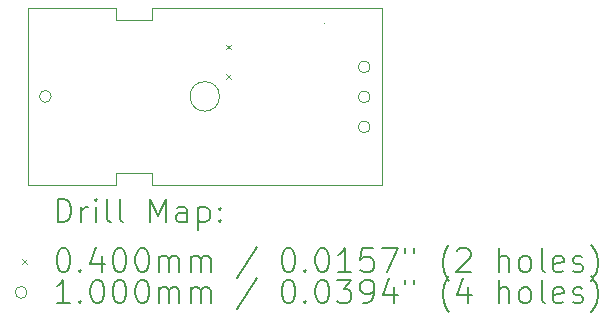
<source format=gbr>
%TF.GenerationSoftware,KiCad,Pcbnew,7.0.5*%
%TF.CreationDate,2024-02-17T16:30:40-06:00*%
%TF.ProjectId,NOTGATE,4e4f5447-4154-4452-9e6b-696361645f70,rev?*%
%TF.SameCoordinates,Original*%
%TF.FileFunction,Drillmap*%
%TF.FilePolarity,Positive*%
%FSLAX45Y45*%
G04 Gerber Fmt 4.5, Leading zero omitted, Abs format (unit mm)*
G04 Created by KiCad (PCBNEW 7.0.5) date 2024-02-17 16:30:40*
%MOMM*%
%LPD*%
G01*
G04 APERTURE LIST*
%ADD10C,0.100000*%
%ADD11C,0.200000*%
%ADD12C,0.040000*%
G04 APERTURE END LIST*
D10*
X16510000Y-8128000D02*
G75*
G03*
X16510000Y-8128000I0J0D01*
G01*
X14750000Y-8100000D02*
X15050000Y-8100000D01*
X15050000Y-8000000D01*
X17000000Y-8000000D01*
X17000000Y-9500000D01*
X15050000Y-9500000D01*
X15050000Y-9400000D01*
X14750000Y-9400000D01*
X14750000Y-9500000D01*
X14000000Y-9500000D01*
X14000000Y-8000000D01*
X14750000Y-8000000D01*
X14750000Y-8100000D01*
X15625000Y-8750000D02*
G75*
G03*
X15625000Y-8750000I-125000J0D01*
G01*
D11*
D12*
X15680000Y-8312000D02*
X15720000Y-8352000D01*
X15720000Y-8312000D02*
X15680000Y-8352000D01*
X15680000Y-8560000D02*
X15720000Y-8600000D01*
X15720000Y-8560000D02*
X15680000Y-8600000D01*
D10*
X14200000Y-8750000D02*
G75*
G03*
X14200000Y-8750000I-50000J0D01*
G01*
X16900000Y-8500000D02*
G75*
G03*
X16900000Y-8500000I-50000J0D01*
G01*
X16900000Y-8754000D02*
G75*
G03*
X16900000Y-8754000I-50000J0D01*
G01*
X16900000Y-9008000D02*
G75*
G03*
X16900000Y-9008000I-50000J0D01*
G01*
D11*
X14255777Y-9816484D02*
X14255777Y-9616484D01*
X14255777Y-9616484D02*
X14303396Y-9616484D01*
X14303396Y-9616484D02*
X14331967Y-9626008D01*
X14331967Y-9626008D02*
X14351015Y-9645055D01*
X14351015Y-9645055D02*
X14360539Y-9664103D01*
X14360539Y-9664103D02*
X14370062Y-9702198D01*
X14370062Y-9702198D02*
X14370062Y-9730770D01*
X14370062Y-9730770D02*
X14360539Y-9768865D01*
X14360539Y-9768865D02*
X14351015Y-9787912D01*
X14351015Y-9787912D02*
X14331967Y-9806960D01*
X14331967Y-9806960D02*
X14303396Y-9816484D01*
X14303396Y-9816484D02*
X14255777Y-9816484D01*
X14455777Y-9816484D02*
X14455777Y-9683150D01*
X14455777Y-9721246D02*
X14465301Y-9702198D01*
X14465301Y-9702198D02*
X14474824Y-9692674D01*
X14474824Y-9692674D02*
X14493872Y-9683150D01*
X14493872Y-9683150D02*
X14512920Y-9683150D01*
X14579586Y-9816484D02*
X14579586Y-9683150D01*
X14579586Y-9616484D02*
X14570062Y-9626008D01*
X14570062Y-9626008D02*
X14579586Y-9635531D01*
X14579586Y-9635531D02*
X14589110Y-9626008D01*
X14589110Y-9626008D02*
X14579586Y-9616484D01*
X14579586Y-9616484D02*
X14579586Y-9635531D01*
X14703396Y-9816484D02*
X14684348Y-9806960D01*
X14684348Y-9806960D02*
X14674824Y-9787912D01*
X14674824Y-9787912D02*
X14674824Y-9616484D01*
X14808158Y-9816484D02*
X14789110Y-9806960D01*
X14789110Y-9806960D02*
X14779586Y-9787912D01*
X14779586Y-9787912D02*
X14779586Y-9616484D01*
X15036729Y-9816484D02*
X15036729Y-9616484D01*
X15036729Y-9616484D02*
X15103396Y-9759341D01*
X15103396Y-9759341D02*
X15170062Y-9616484D01*
X15170062Y-9616484D02*
X15170062Y-9816484D01*
X15351015Y-9816484D02*
X15351015Y-9711722D01*
X15351015Y-9711722D02*
X15341491Y-9692674D01*
X15341491Y-9692674D02*
X15322443Y-9683150D01*
X15322443Y-9683150D02*
X15284348Y-9683150D01*
X15284348Y-9683150D02*
X15265301Y-9692674D01*
X15351015Y-9806960D02*
X15331967Y-9816484D01*
X15331967Y-9816484D02*
X15284348Y-9816484D01*
X15284348Y-9816484D02*
X15265301Y-9806960D01*
X15265301Y-9806960D02*
X15255777Y-9787912D01*
X15255777Y-9787912D02*
X15255777Y-9768865D01*
X15255777Y-9768865D02*
X15265301Y-9749817D01*
X15265301Y-9749817D02*
X15284348Y-9740293D01*
X15284348Y-9740293D02*
X15331967Y-9740293D01*
X15331967Y-9740293D02*
X15351015Y-9730770D01*
X15446253Y-9683150D02*
X15446253Y-9883150D01*
X15446253Y-9692674D02*
X15465301Y-9683150D01*
X15465301Y-9683150D02*
X15503396Y-9683150D01*
X15503396Y-9683150D02*
X15522443Y-9692674D01*
X15522443Y-9692674D02*
X15531967Y-9702198D01*
X15531967Y-9702198D02*
X15541491Y-9721246D01*
X15541491Y-9721246D02*
X15541491Y-9778389D01*
X15541491Y-9778389D02*
X15531967Y-9797436D01*
X15531967Y-9797436D02*
X15522443Y-9806960D01*
X15522443Y-9806960D02*
X15503396Y-9816484D01*
X15503396Y-9816484D02*
X15465301Y-9816484D01*
X15465301Y-9816484D02*
X15446253Y-9806960D01*
X15627205Y-9797436D02*
X15636729Y-9806960D01*
X15636729Y-9806960D02*
X15627205Y-9816484D01*
X15627205Y-9816484D02*
X15617682Y-9806960D01*
X15617682Y-9806960D02*
X15627205Y-9797436D01*
X15627205Y-9797436D02*
X15627205Y-9816484D01*
X15627205Y-9692674D02*
X15636729Y-9702198D01*
X15636729Y-9702198D02*
X15627205Y-9711722D01*
X15627205Y-9711722D02*
X15617682Y-9702198D01*
X15617682Y-9702198D02*
X15627205Y-9692674D01*
X15627205Y-9692674D02*
X15627205Y-9711722D01*
D12*
X13955000Y-10125000D02*
X13995000Y-10165000D01*
X13995000Y-10125000D02*
X13955000Y-10165000D01*
D11*
X14293872Y-10036484D02*
X14312920Y-10036484D01*
X14312920Y-10036484D02*
X14331967Y-10046008D01*
X14331967Y-10046008D02*
X14341491Y-10055531D01*
X14341491Y-10055531D02*
X14351015Y-10074579D01*
X14351015Y-10074579D02*
X14360539Y-10112674D01*
X14360539Y-10112674D02*
X14360539Y-10160293D01*
X14360539Y-10160293D02*
X14351015Y-10198389D01*
X14351015Y-10198389D02*
X14341491Y-10217436D01*
X14341491Y-10217436D02*
X14331967Y-10226960D01*
X14331967Y-10226960D02*
X14312920Y-10236484D01*
X14312920Y-10236484D02*
X14293872Y-10236484D01*
X14293872Y-10236484D02*
X14274824Y-10226960D01*
X14274824Y-10226960D02*
X14265301Y-10217436D01*
X14265301Y-10217436D02*
X14255777Y-10198389D01*
X14255777Y-10198389D02*
X14246253Y-10160293D01*
X14246253Y-10160293D02*
X14246253Y-10112674D01*
X14246253Y-10112674D02*
X14255777Y-10074579D01*
X14255777Y-10074579D02*
X14265301Y-10055531D01*
X14265301Y-10055531D02*
X14274824Y-10046008D01*
X14274824Y-10046008D02*
X14293872Y-10036484D01*
X14446253Y-10217436D02*
X14455777Y-10226960D01*
X14455777Y-10226960D02*
X14446253Y-10236484D01*
X14446253Y-10236484D02*
X14436729Y-10226960D01*
X14436729Y-10226960D02*
X14446253Y-10217436D01*
X14446253Y-10217436D02*
X14446253Y-10236484D01*
X14627205Y-10103150D02*
X14627205Y-10236484D01*
X14579586Y-10026960D02*
X14531967Y-10169817D01*
X14531967Y-10169817D02*
X14655777Y-10169817D01*
X14770062Y-10036484D02*
X14789110Y-10036484D01*
X14789110Y-10036484D02*
X14808158Y-10046008D01*
X14808158Y-10046008D02*
X14817682Y-10055531D01*
X14817682Y-10055531D02*
X14827205Y-10074579D01*
X14827205Y-10074579D02*
X14836729Y-10112674D01*
X14836729Y-10112674D02*
X14836729Y-10160293D01*
X14836729Y-10160293D02*
X14827205Y-10198389D01*
X14827205Y-10198389D02*
X14817682Y-10217436D01*
X14817682Y-10217436D02*
X14808158Y-10226960D01*
X14808158Y-10226960D02*
X14789110Y-10236484D01*
X14789110Y-10236484D02*
X14770062Y-10236484D01*
X14770062Y-10236484D02*
X14751015Y-10226960D01*
X14751015Y-10226960D02*
X14741491Y-10217436D01*
X14741491Y-10217436D02*
X14731967Y-10198389D01*
X14731967Y-10198389D02*
X14722443Y-10160293D01*
X14722443Y-10160293D02*
X14722443Y-10112674D01*
X14722443Y-10112674D02*
X14731967Y-10074579D01*
X14731967Y-10074579D02*
X14741491Y-10055531D01*
X14741491Y-10055531D02*
X14751015Y-10046008D01*
X14751015Y-10046008D02*
X14770062Y-10036484D01*
X14960539Y-10036484D02*
X14979586Y-10036484D01*
X14979586Y-10036484D02*
X14998634Y-10046008D01*
X14998634Y-10046008D02*
X15008158Y-10055531D01*
X15008158Y-10055531D02*
X15017682Y-10074579D01*
X15017682Y-10074579D02*
X15027205Y-10112674D01*
X15027205Y-10112674D02*
X15027205Y-10160293D01*
X15027205Y-10160293D02*
X15017682Y-10198389D01*
X15017682Y-10198389D02*
X15008158Y-10217436D01*
X15008158Y-10217436D02*
X14998634Y-10226960D01*
X14998634Y-10226960D02*
X14979586Y-10236484D01*
X14979586Y-10236484D02*
X14960539Y-10236484D01*
X14960539Y-10236484D02*
X14941491Y-10226960D01*
X14941491Y-10226960D02*
X14931967Y-10217436D01*
X14931967Y-10217436D02*
X14922443Y-10198389D01*
X14922443Y-10198389D02*
X14912920Y-10160293D01*
X14912920Y-10160293D02*
X14912920Y-10112674D01*
X14912920Y-10112674D02*
X14922443Y-10074579D01*
X14922443Y-10074579D02*
X14931967Y-10055531D01*
X14931967Y-10055531D02*
X14941491Y-10046008D01*
X14941491Y-10046008D02*
X14960539Y-10036484D01*
X15112920Y-10236484D02*
X15112920Y-10103150D01*
X15112920Y-10122198D02*
X15122443Y-10112674D01*
X15122443Y-10112674D02*
X15141491Y-10103150D01*
X15141491Y-10103150D02*
X15170063Y-10103150D01*
X15170063Y-10103150D02*
X15189110Y-10112674D01*
X15189110Y-10112674D02*
X15198634Y-10131722D01*
X15198634Y-10131722D02*
X15198634Y-10236484D01*
X15198634Y-10131722D02*
X15208158Y-10112674D01*
X15208158Y-10112674D02*
X15227205Y-10103150D01*
X15227205Y-10103150D02*
X15255777Y-10103150D01*
X15255777Y-10103150D02*
X15274824Y-10112674D01*
X15274824Y-10112674D02*
X15284348Y-10131722D01*
X15284348Y-10131722D02*
X15284348Y-10236484D01*
X15379586Y-10236484D02*
X15379586Y-10103150D01*
X15379586Y-10122198D02*
X15389110Y-10112674D01*
X15389110Y-10112674D02*
X15408158Y-10103150D01*
X15408158Y-10103150D02*
X15436729Y-10103150D01*
X15436729Y-10103150D02*
X15455777Y-10112674D01*
X15455777Y-10112674D02*
X15465301Y-10131722D01*
X15465301Y-10131722D02*
X15465301Y-10236484D01*
X15465301Y-10131722D02*
X15474824Y-10112674D01*
X15474824Y-10112674D02*
X15493872Y-10103150D01*
X15493872Y-10103150D02*
X15522443Y-10103150D01*
X15522443Y-10103150D02*
X15541491Y-10112674D01*
X15541491Y-10112674D02*
X15551015Y-10131722D01*
X15551015Y-10131722D02*
X15551015Y-10236484D01*
X15941491Y-10026960D02*
X15770063Y-10284103D01*
X16198634Y-10036484D02*
X16217682Y-10036484D01*
X16217682Y-10036484D02*
X16236729Y-10046008D01*
X16236729Y-10046008D02*
X16246253Y-10055531D01*
X16246253Y-10055531D02*
X16255777Y-10074579D01*
X16255777Y-10074579D02*
X16265301Y-10112674D01*
X16265301Y-10112674D02*
X16265301Y-10160293D01*
X16265301Y-10160293D02*
X16255777Y-10198389D01*
X16255777Y-10198389D02*
X16246253Y-10217436D01*
X16246253Y-10217436D02*
X16236729Y-10226960D01*
X16236729Y-10226960D02*
X16217682Y-10236484D01*
X16217682Y-10236484D02*
X16198634Y-10236484D01*
X16198634Y-10236484D02*
X16179586Y-10226960D01*
X16179586Y-10226960D02*
X16170063Y-10217436D01*
X16170063Y-10217436D02*
X16160539Y-10198389D01*
X16160539Y-10198389D02*
X16151015Y-10160293D01*
X16151015Y-10160293D02*
X16151015Y-10112674D01*
X16151015Y-10112674D02*
X16160539Y-10074579D01*
X16160539Y-10074579D02*
X16170063Y-10055531D01*
X16170063Y-10055531D02*
X16179586Y-10046008D01*
X16179586Y-10046008D02*
X16198634Y-10036484D01*
X16351015Y-10217436D02*
X16360539Y-10226960D01*
X16360539Y-10226960D02*
X16351015Y-10236484D01*
X16351015Y-10236484D02*
X16341491Y-10226960D01*
X16341491Y-10226960D02*
X16351015Y-10217436D01*
X16351015Y-10217436D02*
X16351015Y-10236484D01*
X16484348Y-10036484D02*
X16503396Y-10036484D01*
X16503396Y-10036484D02*
X16522444Y-10046008D01*
X16522444Y-10046008D02*
X16531967Y-10055531D01*
X16531967Y-10055531D02*
X16541491Y-10074579D01*
X16541491Y-10074579D02*
X16551015Y-10112674D01*
X16551015Y-10112674D02*
X16551015Y-10160293D01*
X16551015Y-10160293D02*
X16541491Y-10198389D01*
X16541491Y-10198389D02*
X16531967Y-10217436D01*
X16531967Y-10217436D02*
X16522444Y-10226960D01*
X16522444Y-10226960D02*
X16503396Y-10236484D01*
X16503396Y-10236484D02*
X16484348Y-10236484D01*
X16484348Y-10236484D02*
X16465301Y-10226960D01*
X16465301Y-10226960D02*
X16455777Y-10217436D01*
X16455777Y-10217436D02*
X16446253Y-10198389D01*
X16446253Y-10198389D02*
X16436729Y-10160293D01*
X16436729Y-10160293D02*
X16436729Y-10112674D01*
X16436729Y-10112674D02*
X16446253Y-10074579D01*
X16446253Y-10074579D02*
X16455777Y-10055531D01*
X16455777Y-10055531D02*
X16465301Y-10046008D01*
X16465301Y-10046008D02*
X16484348Y-10036484D01*
X16741491Y-10236484D02*
X16627206Y-10236484D01*
X16684348Y-10236484D02*
X16684348Y-10036484D01*
X16684348Y-10036484D02*
X16665301Y-10065055D01*
X16665301Y-10065055D02*
X16646253Y-10084103D01*
X16646253Y-10084103D02*
X16627206Y-10093627D01*
X16922444Y-10036484D02*
X16827206Y-10036484D01*
X16827206Y-10036484D02*
X16817682Y-10131722D01*
X16817682Y-10131722D02*
X16827206Y-10122198D01*
X16827206Y-10122198D02*
X16846253Y-10112674D01*
X16846253Y-10112674D02*
X16893872Y-10112674D01*
X16893872Y-10112674D02*
X16912920Y-10122198D01*
X16912920Y-10122198D02*
X16922444Y-10131722D01*
X16922444Y-10131722D02*
X16931968Y-10150770D01*
X16931968Y-10150770D02*
X16931968Y-10198389D01*
X16931968Y-10198389D02*
X16922444Y-10217436D01*
X16922444Y-10217436D02*
X16912920Y-10226960D01*
X16912920Y-10226960D02*
X16893872Y-10236484D01*
X16893872Y-10236484D02*
X16846253Y-10236484D01*
X16846253Y-10236484D02*
X16827206Y-10226960D01*
X16827206Y-10226960D02*
X16817682Y-10217436D01*
X16998634Y-10036484D02*
X17131968Y-10036484D01*
X17131968Y-10036484D02*
X17046253Y-10236484D01*
X17198634Y-10036484D02*
X17198634Y-10074579D01*
X17274825Y-10036484D02*
X17274825Y-10074579D01*
X17570063Y-10312674D02*
X17560539Y-10303150D01*
X17560539Y-10303150D02*
X17541491Y-10274579D01*
X17541491Y-10274579D02*
X17531968Y-10255531D01*
X17531968Y-10255531D02*
X17522444Y-10226960D01*
X17522444Y-10226960D02*
X17512920Y-10179341D01*
X17512920Y-10179341D02*
X17512920Y-10141246D01*
X17512920Y-10141246D02*
X17522444Y-10093627D01*
X17522444Y-10093627D02*
X17531968Y-10065055D01*
X17531968Y-10065055D02*
X17541491Y-10046008D01*
X17541491Y-10046008D02*
X17560539Y-10017436D01*
X17560539Y-10017436D02*
X17570063Y-10007912D01*
X17636730Y-10055531D02*
X17646253Y-10046008D01*
X17646253Y-10046008D02*
X17665301Y-10036484D01*
X17665301Y-10036484D02*
X17712920Y-10036484D01*
X17712920Y-10036484D02*
X17731968Y-10046008D01*
X17731968Y-10046008D02*
X17741491Y-10055531D01*
X17741491Y-10055531D02*
X17751015Y-10074579D01*
X17751015Y-10074579D02*
X17751015Y-10093627D01*
X17751015Y-10093627D02*
X17741491Y-10122198D01*
X17741491Y-10122198D02*
X17627206Y-10236484D01*
X17627206Y-10236484D02*
X17751015Y-10236484D01*
X17989111Y-10236484D02*
X17989111Y-10036484D01*
X18074825Y-10236484D02*
X18074825Y-10131722D01*
X18074825Y-10131722D02*
X18065301Y-10112674D01*
X18065301Y-10112674D02*
X18046253Y-10103150D01*
X18046253Y-10103150D02*
X18017682Y-10103150D01*
X18017682Y-10103150D02*
X17998634Y-10112674D01*
X17998634Y-10112674D02*
X17989111Y-10122198D01*
X18198634Y-10236484D02*
X18179587Y-10226960D01*
X18179587Y-10226960D02*
X18170063Y-10217436D01*
X18170063Y-10217436D02*
X18160539Y-10198389D01*
X18160539Y-10198389D02*
X18160539Y-10141246D01*
X18160539Y-10141246D02*
X18170063Y-10122198D01*
X18170063Y-10122198D02*
X18179587Y-10112674D01*
X18179587Y-10112674D02*
X18198634Y-10103150D01*
X18198634Y-10103150D02*
X18227206Y-10103150D01*
X18227206Y-10103150D02*
X18246253Y-10112674D01*
X18246253Y-10112674D02*
X18255777Y-10122198D01*
X18255777Y-10122198D02*
X18265301Y-10141246D01*
X18265301Y-10141246D02*
X18265301Y-10198389D01*
X18265301Y-10198389D02*
X18255777Y-10217436D01*
X18255777Y-10217436D02*
X18246253Y-10226960D01*
X18246253Y-10226960D02*
X18227206Y-10236484D01*
X18227206Y-10236484D02*
X18198634Y-10236484D01*
X18379587Y-10236484D02*
X18360539Y-10226960D01*
X18360539Y-10226960D02*
X18351015Y-10207912D01*
X18351015Y-10207912D02*
X18351015Y-10036484D01*
X18531968Y-10226960D02*
X18512920Y-10236484D01*
X18512920Y-10236484D02*
X18474825Y-10236484D01*
X18474825Y-10236484D02*
X18455777Y-10226960D01*
X18455777Y-10226960D02*
X18446253Y-10207912D01*
X18446253Y-10207912D02*
X18446253Y-10131722D01*
X18446253Y-10131722D02*
X18455777Y-10112674D01*
X18455777Y-10112674D02*
X18474825Y-10103150D01*
X18474825Y-10103150D02*
X18512920Y-10103150D01*
X18512920Y-10103150D02*
X18531968Y-10112674D01*
X18531968Y-10112674D02*
X18541492Y-10131722D01*
X18541492Y-10131722D02*
X18541492Y-10150770D01*
X18541492Y-10150770D02*
X18446253Y-10169817D01*
X18617682Y-10226960D02*
X18636730Y-10236484D01*
X18636730Y-10236484D02*
X18674825Y-10236484D01*
X18674825Y-10236484D02*
X18693873Y-10226960D01*
X18693873Y-10226960D02*
X18703396Y-10207912D01*
X18703396Y-10207912D02*
X18703396Y-10198389D01*
X18703396Y-10198389D02*
X18693873Y-10179341D01*
X18693873Y-10179341D02*
X18674825Y-10169817D01*
X18674825Y-10169817D02*
X18646253Y-10169817D01*
X18646253Y-10169817D02*
X18627206Y-10160293D01*
X18627206Y-10160293D02*
X18617682Y-10141246D01*
X18617682Y-10141246D02*
X18617682Y-10131722D01*
X18617682Y-10131722D02*
X18627206Y-10112674D01*
X18627206Y-10112674D02*
X18646253Y-10103150D01*
X18646253Y-10103150D02*
X18674825Y-10103150D01*
X18674825Y-10103150D02*
X18693873Y-10112674D01*
X18770063Y-10312674D02*
X18779587Y-10303150D01*
X18779587Y-10303150D02*
X18798634Y-10274579D01*
X18798634Y-10274579D02*
X18808158Y-10255531D01*
X18808158Y-10255531D02*
X18817682Y-10226960D01*
X18817682Y-10226960D02*
X18827206Y-10179341D01*
X18827206Y-10179341D02*
X18827206Y-10141246D01*
X18827206Y-10141246D02*
X18817682Y-10093627D01*
X18817682Y-10093627D02*
X18808158Y-10065055D01*
X18808158Y-10065055D02*
X18798634Y-10046008D01*
X18798634Y-10046008D02*
X18779587Y-10017436D01*
X18779587Y-10017436D02*
X18770063Y-10007912D01*
D10*
X13995000Y-10409000D02*
G75*
G03*
X13995000Y-10409000I-50000J0D01*
G01*
D11*
X14360539Y-10500484D02*
X14246253Y-10500484D01*
X14303396Y-10500484D02*
X14303396Y-10300484D01*
X14303396Y-10300484D02*
X14284348Y-10329055D01*
X14284348Y-10329055D02*
X14265301Y-10348103D01*
X14265301Y-10348103D02*
X14246253Y-10357627D01*
X14446253Y-10481436D02*
X14455777Y-10490960D01*
X14455777Y-10490960D02*
X14446253Y-10500484D01*
X14446253Y-10500484D02*
X14436729Y-10490960D01*
X14436729Y-10490960D02*
X14446253Y-10481436D01*
X14446253Y-10481436D02*
X14446253Y-10500484D01*
X14579586Y-10300484D02*
X14598634Y-10300484D01*
X14598634Y-10300484D02*
X14617682Y-10310008D01*
X14617682Y-10310008D02*
X14627205Y-10319531D01*
X14627205Y-10319531D02*
X14636729Y-10338579D01*
X14636729Y-10338579D02*
X14646253Y-10376674D01*
X14646253Y-10376674D02*
X14646253Y-10424293D01*
X14646253Y-10424293D02*
X14636729Y-10462389D01*
X14636729Y-10462389D02*
X14627205Y-10481436D01*
X14627205Y-10481436D02*
X14617682Y-10490960D01*
X14617682Y-10490960D02*
X14598634Y-10500484D01*
X14598634Y-10500484D02*
X14579586Y-10500484D01*
X14579586Y-10500484D02*
X14560539Y-10490960D01*
X14560539Y-10490960D02*
X14551015Y-10481436D01*
X14551015Y-10481436D02*
X14541491Y-10462389D01*
X14541491Y-10462389D02*
X14531967Y-10424293D01*
X14531967Y-10424293D02*
X14531967Y-10376674D01*
X14531967Y-10376674D02*
X14541491Y-10338579D01*
X14541491Y-10338579D02*
X14551015Y-10319531D01*
X14551015Y-10319531D02*
X14560539Y-10310008D01*
X14560539Y-10310008D02*
X14579586Y-10300484D01*
X14770062Y-10300484D02*
X14789110Y-10300484D01*
X14789110Y-10300484D02*
X14808158Y-10310008D01*
X14808158Y-10310008D02*
X14817682Y-10319531D01*
X14817682Y-10319531D02*
X14827205Y-10338579D01*
X14827205Y-10338579D02*
X14836729Y-10376674D01*
X14836729Y-10376674D02*
X14836729Y-10424293D01*
X14836729Y-10424293D02*
X14827205Y-10462389D01*
X14827205Y-10462389D02*
X14817682Y-10481436D01*
X14817682Y-10481436D02*
X14808158Y-10490960D01*
X14808158Y-10490960D02*
X14789110Y-10500484D01*
X14789110Y-10500484D02*
X14770062Y-10500484D01*
X14770062Y-10500484D02*
X14751015Y-10490960D01*
X14751015Y-10490960D02*
X14741491Y-10481436D01*
X14741491Y-10481436D02*
X14731967Y-10462389D01*
X14731967Y-10462389D02*
X14722443Y-10424293D01*
X14722443Y-10424293D02*
X14722443Y-10376674D01*
X14722443Y-10376674D02*
X14731967Y-10338579D01*
X14731967Y-10338579D02*
X14741491Y-10319531D01*
X14741491Y-10319531D02*
X14751015Y-10310008D01*
X14751015Y-10310008D02*
X14770062Y-10300484D01*
X14960539Y-10300484D02*
X14979586Y-10300484D01*
X14979586Y-10300484D02*
X14998634Y-10310008D01*
X14998634Y-10310008D02*
X15008158Y-10319531D01*
X15008158Y-10319531D02*
X15017682Y-10338579D01*
X15017682Y-10338579D02*
X15027205Y-10376674D01*
X15027205Y-10376674D02*
X15027205Y-10424293D01*
X15027205Y-10424293D02*
X15017682Y-10462389D01*
X15017682Y-10462389D02*
X15008158Y-10481436D01*
X15008158Y-10481436D02*
X14998634Y-10490960D01*
X14998634Y-10490960D02*
X14979586Y-10500484D01*
X14979586Y-10500484D02*
X14960539Y-10500484D01*
X14960539Y-10500484D02*
X14941491Y-10490960D01*
X14941491Y-10490960D02*
X14931967Y-10481436D01*
X14931967Y-10481436D02*
X14922443Y-10462389D01*
X14922443Y-10462389D02*
X14912920Y-10424293D01*
X14912920Y-10424293D02*
X14912920Y-10376674D01*
X14912920Y-10376674D02*
X14922443Y-10338579D01*
X14922443Y-10338579D02*
X14931967Y-10319531D01*
X14931967Y-10319531D02*
X14941491Y-10310008D01*
X14941491Y-10310008D02*
X14960539Y-10300484D01*
X15112920Y-10500484D02*
X15112920Y-10367150D01*
X15112920Y-10386198D02*
X15122443Y-10376674D01*
X15122443Y-10376674D02*
X15141491Y-10367150D01*
X15141491Y-10367150D02*
X15170063Y-10367150D01*
X15170063Y-10367150D02*
X15189110Y-10376674D01*
X15189110Y-10376674D02*
X15198634Y-10395722D01*
X15198634Y-10395722D02*
X15198634Y-10500484D01*
X15198634Y-10395722D02*
X15208158Y-10376674D01*
X15208158Y-10376674D02*
X15227205Y-10367150D01*
X15227205Y-10367150D02*
X15255777Y-10367150D01*
X15255777Y-10367150D02*
X15274824Y-10376674D01*
X15274824Y-10376674D02*
X15284348Y-10395722D01*
X15284348Y-10395722D02*
X15284348Y-10500484D01*
X15379586Y-10500484D02*
X15379586Y-10367150D01*
X15379586Y-10386198D02*
X15389110Y-10376674D01*
X15389110Y-10376674D02*
X15408158Y-10367150D01*
X15408158Y-10367150D02*
X15436729Y-10367150D01*
X15436729Y-10367150D02*
X15455777Y-10376674D01*
X15455777Y-10376674D02*
X15465301Y-10395722D01*
X15465301Y-10395722D02*
X15465301Y-10500484D01*
X15465301Y-10395722D02*
X15474824Y-10376674D01*
X15474824Y-10376674D02*
X15493872Y-10367150D01*
X15493872Y-10367150D02*
X15522443Y-10367150D01*
X15522443Y-10367150D02*
X15541491Y-10376674D01*
X15541491Y-10376674D02*
X15551015Y-10395722D01*
X15551015Y-10395722D02*
X15551015Y-10500484D01*
X15941491Y-10290960D02*
X15770063Y-10548103D01*
X16198634Y-10300484D02*
X16217682Y-10300484D01*
X16217682Y-10300484D02*
X16236729Y-10310008D01*
X16236729Y-10310008D02*
X16246253Y-10319531D01*
X16246253Y-10319531D02*
X16255777Y-10338579D01*
X16255777Y-10338579D02*
X16265301Y-10376674D01*
X16265301Y-10376674D02*
X16265301Y-10424293D01*
X16265301Y-10424293D02*
X16255777Y-10462389D01*
X16255777Y-10462389D02*
X16246253Y-10481436D01*
X16246253Y-10481436D02*
X16236729Y-10490960D01*
X16236729Y-10490960D02*
X16217682Y-10500484D01*
X16217682Y-10500484D02*
X16198634Y-10500484D01*
X16198634Y-10500484D02*
X16179586Y-10490960D01*
X16179586Y-10490960D02*
X16170063Y-10481436D01*
X16170063Y-10481436D02*
X16160539Y-10462389D01*
X16160539Y-10462389D02*
X16151015Y-10424293D01*
X16151015Y-10424293D02*
X16151015Y-10376674D01*
X16151015Y-10376674D02*
X16160539Y-10338579D01*
X16160539Y-10338579D02*
X16170063Y-10319531D01*
X16170063Y-10319531D02*
X16179586Y-10310008D01*
X16179586Y-10310008D02*
X16198634Y-10300484D01*
X16351015Y-10481436D02*
X16360539Y-10490960D01*
X16360539Y-10490960D02*
X16351015Y-10500484D01*
X16351015Y-10500484D02*
X16341491Y-10490960D01*
X16341491Y-10490960D02*
X16351015Y-10481436D01*
X16351015Y-10481436D02*
X16351015Y-10500484D01*
X16484348Y-10300484D02*
X16503396Y-10300484D01*
X16503396Y-10300484D02*
X16522444Y-10310008D01*
X16522444Y-10310008D02*
X16531967Y-10319531D01*
X16531967Y-10319531D02*
X16541491Y-10338579D01*
X16541491Y-10338579D02*
X16551015Y-10376674D01*
X16551015Y-10376674D02*
X16551015Y-10424293D01*
X16551015Y-10424293D02*
X16541491Y-10462389D01*
X16541491Y-10462389D02*
X16531967Y-10481436D01*
X16531967Y-10481436D02*
X16522444Y-10490960D01*
X16522444Y-10490960D02*
X16503396Y-10500484D01*
X16503396Y-10500484D02*
X16484348Y-10500484D01*
X16484348Y-10500484D02*
X16465301Y-10490960D01*
X16465301Y-10490960D02*
X16455777Y-10481436D01*
X16455777Y-10481436D02*
X16446253Y-10462389D01*
X16446253Y-10462389D02*
X16436729Y-10424293D01*
X16436729Y-10424293D02*
X16436729Y-10376674D01*
X16436729Y-10376674D02*
X16446253Y-10338579D01*
X16446253Y-10338579D02*
X16455777Y-10319531D01*
X16455777Y-10319531D02*
X16465301Y-10310008D01*
X16465301Y-10310008D02*
X16484348Y-10300484D01*
X16617682Y-10300484D02*
X16741491Y-10300484D01*
X16741491Y-10300484D02*
X16674825Y-10376674D01*
X16674825Y-10376674D02*
X16703396Y-10376674D01*
X16703396Y-10376674D02*
X16722444Y-10386198D01*
X16722444Y-10386198D02*
X16731967Y-10395722D01*
X16731967Y-10395722D02*
X16741491Y-10414770D01*
X16741491Y-10414770D02*
X16741491Y-10462389D01*
X16741491Y-10462389D02*
X16731967Y-10481436D01*
X16731967Y-10481436D02*
X16722444Y-10490960D01*
X16722444Y-10490960D02*
X16703396Y-10500484D01*
X16703396Y-10500484D02*
X16646253Y-10500484D01*
X16646253Y-10500484D02*
X16627206Y-10490960D01*
X16627206Y-10490960D02*
X16617682Y-10481436D01*
X16836729Y-10500484D02*
X16874825Y-10500484D01*
X16874825Y-10500484D02*
X16893872Y-10490960D01*
X16893872Y-10490960D02*
X16903396Y-10481436D01*
X16903396Y-10481436D02*
X16922444Y-10452865D01*
X16922444Y-10452865D02*
X16931968Y-10414770D01*
X16931968Y-10414770D02*
X16931968Y-10338579D01*
X16931968Y-10338579D02*
X16922444Y-10319531D01*
X16922444Y-10319531D02*
X16912920Y-10310008D01*
X16912920Y-10310008D02*
X16893872Y-10300484D01*
X16893872Y-10300484D02*
X16855777Y-10300484D01*
X16855777Y-10300484D02*
X16836729Y-10310008D01*
X16836729Y-10310008D02*
X16827206Y-10319531D01*
X16827206Y-10319531D02*
X16817682Y-10338579D01*
X16817682Y-10338579D02*
X16817682Y-10386198D01*
X16817682Y-10386198D02*
X16827206Y-10405246D01*
X16827206Y-10405246D02*
X16836729Y-10414770D01*
X16836729Y-10414770D02*
X16855777Y-10424293D01*
X16855777Y-10424293D02*
X16893872Y-10424293D01*
X16893872Y-10424293D02*
X16912920Y-10414770D01*
X16912920Y-10414770D02*
X16922444Y-10405246D01*
X16922444Y-10405246D02*
X16931968Y-10386198D01*
X17103396Y-10367150D02*
X17103396Y-10500484D01*
X17055777Y-10290960D02*
X17008158Y-10433817D01*
X17008158Y-10433817D02*
X17131968Y-10433817D01*
X17198634Y-10300484D02*
X17198634Y-10338579D01*
X17274825Y-10300484D02*
X17274825Y-10338579D01*
X17570063Y-10576674D02*
X17560539Y-10567150D01*
X17560539Y-10567150D02*
X17541491Y-10538579D01*
X17541491Y-10538579D02*
X17531968Y-10519531D01*
X17531968Y-10519531D02*
X17522444Y-10490960D01*
X17522444Y-10490960D02*
X17512920Y-10443341D01*
X17512920Y-10443341D02*
X17512920Y-10405246D01*
X17512920Y-10405246D02*
X17522444Y-10357627D01*
X17522444Y-10357627D02*
X17531968Y-10329055D01*
X17531968Y-10329055D02*
X17541491Y-10310008D01*
X17541491Y-10310008D02*
X17560539Y-10281436D01*
X17560539Y-10281436D02*
X17570063Y-10271912D01*
X17731968Y-10367150D02*
X17731968Y-10500484D01*
X17684349Y-10290960D02*
X17636730Y-10433817D01*
X17636730Y-10433817D02*
X17760539Y-10433817D01*
X17989111Y-10500484D02*
X17989111Y-10300484D01*
X18074825Y-10500484D02*
X18074825Y-10395722D01*
X18074825Y-10395722D02*
X18065301Y-10376674D01*
X18065301Y-10376674D02*
X18046253Y-10367150D01*
X18046253Y-10367150D02*
X18017682Y-10367150D01*
X18017682Y-10367150D02*
X17998634Y-10376674D01*
X17998634Y-10376674D02*
X17989111Y-10386198D01*
X18198634Y-10500484D02*
X18179587Y-10490960D01*
X18179587Y-10490960D02*
X18170063Y-10481436D01*
X18170063Y-10481436D02*
X18160539Y-10462389D01*
X18160539Y-10462389D02*
X18160539Y-10405246D01*
X18160539Y-10405246D02*
X18170063Y-10386198D01*
X18170063Y-10386198D02*
X18179587Y-10376674D01*
X18179587Y-10376674D02*
X18198634Y-10367150D01*
X18198634Y-10367150D02*
X18227206Y-10367150D01*
X18227206Y-10367150D02*
X18246253Y-10376674D01*
X18246253Y-10376674D02*
X18255777Y-10386198D01*
X18255777Y-10386198D02*
X18265301Y-10405246D01*
X18265301Y-10405246D02*
X18265301Y-10462389D01*
X18265301Y-10462389D02*
X18255777Y-10481436D01*
X18255777Y-10481436D02*
X18246253Y-10490960D01*
X18246253Y-10490960D02*
X18227206Y-10500484D01*
X18227206Y-10500484D02*
X18198634Y-10500484D01*
X18379587Y-10500484D02*
X18360539Y-10490960D01*
X18360539Y-10490960D02*
X18351015Y-10471912D01*
X18351015Y-10471912D02*
X18351015Y-10300484D01*
X18531968Y-10490960D02*
X18512920Y-10500484D01*
X18512920Y-10500484D02*
X18474825Y-10500484D01*
X18474825Y-10500484D02*
X18455777Y-10490960D01*
X18455777Y-10490960D02*
X18446253Y-10471912D01*
X18446253Y-10471912D02*
X18446253Y-10395722D01*
X18446253Y-10395722D02*
X18455777Y-10376674D01*
X18455777Y-10376674D02*
X18474825Y-10367150D01*
X18474825Y-10367150D02*
X18512920Y-10367150D01*
X18512920Y-10367150D02*
X18531968Y-10376674D01*
X18531968Y-10376674D02*
X18541492Y-10395722D01*
X18541492Y-10395722D02*
X18541492Y-10414770D01*
X18541492Y-10414770D02*
X18446253Y-10433817D01*
X18617682Y-10490960D02*
X18636730Y-10500484D01*
X18636730Y-10500484D02*
X18674825Y-10500484D01*
X18674825Y-10500484D02*
X18693873Y-10490960D01*
X18693873Y-10490960D02*
X18703396Y-10471912D01*
X18703396Y-10471912D02*
X18703396Y-10462389D01*
X18703396Y-10462389D02*
X18693873Y-10443341D01*
X18693873Y-10443341D02*
X18674825Y-10433817D01*
X18674825Y-10433817D02*
X18646253Y-10433817D01*
X18646253Y-10433817D02*
X18627206Y-10424293D01*
X18627206Y-10424293D02*
X18617682Y-10405246D01*
X18617682Y-10405246D02*
X18617682Y-10395722D01*
X18617682Y-10395722D02*
X18627206Y-10376674D01*
X18627206Y-10376674D02*
X18646253Y-10367150D01*
X18646253Y-10367150D02*
X18674825Y-10367150D01*
X18674825Y-10367150D02*
X18693873Y-10376674D01*
X18770063Y-10576674D02*
X18779587Y-10567150D01*
X18779587Y-10567150D02*
X18798634Y-10538579D01*
X18798634Y-10538579D02*
X18808158Y-10519531D01*
X18808158Y-10519531D02*
X18817682Y-10490960D01*
X18817682Y-10490960D02*
X18827206Y-10443341D01*
X18827206Y-10443341D02*
X18827206Y-10405246D01*
X18827206Y-10405246D02*
X18817682Y-10357627D01*
X18817682Y-10357627D02*
X18808158Y-10329055D01*
X18808158Y-10329055D02*
X18798634Y-10310008D01*
X18798634Y-10310008D02*
X18779587Y-10281436D01*
X18779587Y-10281436D02*
X18770063Y-10271912D01*
M02*

</source>
